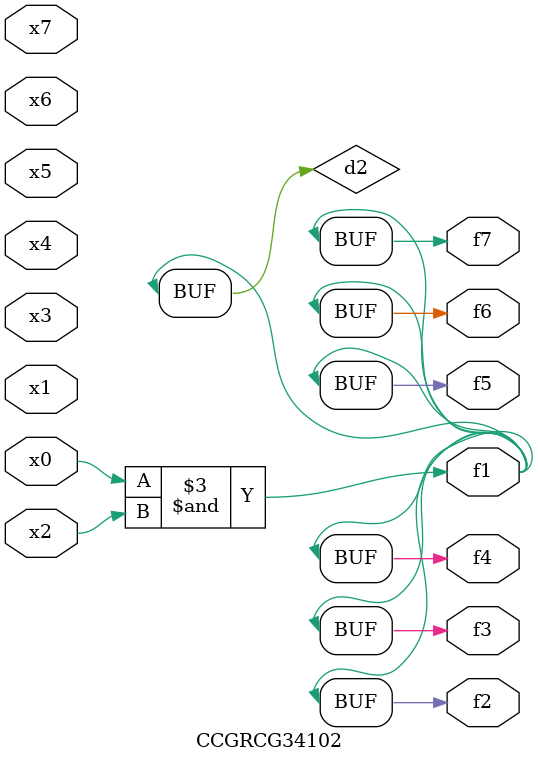
<source format=v>
module CCGRCG34102(
	input x0, x1, x2, x3, x4, x5, x6, x7,
	output f1, f2, f3, f4, f5, f6, f7
);

	wire d1, d2;

	nor (d1, x3, x6);
	and (d2, x0, x2);
	assign f1 = d2;
	assign f2 = d2;
	assign f3 = d2;
	assign f4 = d2;
	assign f5 = d2;
	assign f6 = d2;
	assign f7 = d2;
endmodule

</source>
